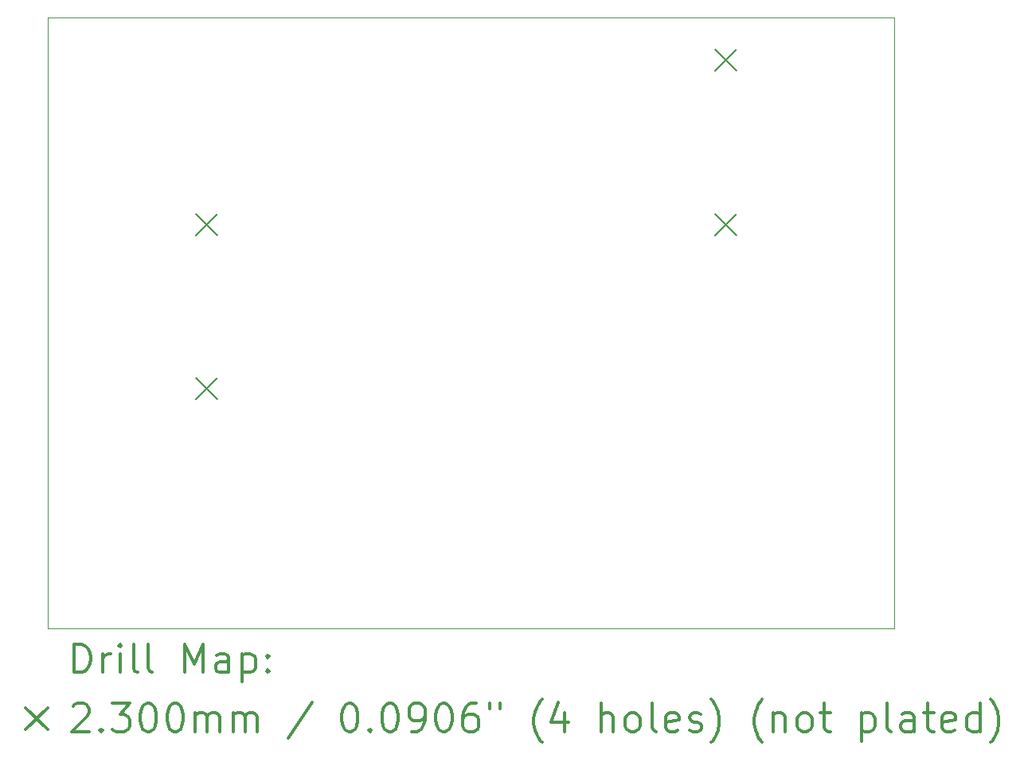
<source format=gbr>
%FSLAX45Y45*%
G04 Gerber Fmt 4.5, Leading zero omitted, Abs format (unit mm)*
G04 Created by KiCad (PCBNEW (5.1.10)-1) date 2021-12-10 13:21:43*
%MOMM*%
%LPD*%
G01*
G04 APERTURE LIST*
%TA.AperFunction,Profile*%
%ADD10C,0.050000*%
%TD*%
%ADD11C,0.200000*%
%ADD12C,0.300000*%
G04 APERTURE END LIST*
D10*
X10500000Y-13000000D02*
X10500000Y-6500000D01*
X19500000Y-13000000D02*
X10500000Y-13000000D01*
X19500000Y-6500000D02*
X19500000Y-13000000D01*
X10500000Y-6500000D02*
X19500000Y-6500000D01*
D11*
X12072500Y-8583500D02*
X12302500Y-8813500D01*
X12302500Y-8583500D02*
X12072500Y-8813500D01*
X12072500Y-10333500D02*
X12302500Y-10563500D01*
X12302500Y-10333500D02*
X12072500Y-10563500D01*
X17592500Y-6833500D02*
X17822500Y-7063500D01*
X17822500Y-6833500D02*
X17592500Y-7063500D01*
X17592500Y-8583500D02*
X17822500Y-8813500D01*
X17822500Y-8583500D02*
X17592500Y-8813500D01*
D12*
X10783928Y-13468214D02*
X10783928Y-13168214D01*
X10855357Y-13168214D01*
X10898214Y-13182500D01*
X10926786Y-13211071D01*
X10941071Y-13239643D01*
X10955357Y-13296786D01*
X10955357Y-13339643D01*
X10941071Y-13396786D01*
X10926786Y-13425357D01*
X10898214Y-13453929D01*
X10855357Y-13468214D01*
X10783928Y-13468214D01*
X11083928Y-13468214D02*
X11083928Y-13268214D01*
X11083928Y-13325357D02*
X11098214Y-13296786D01*
X11112500Y-13282500D01*
X11141071Y-13268214D01*
X11169643Y-13268214D01*
X11269643Y-13468214D02*
X11269643Y-13268214D01*
X11269643Y-13168214D02*
X11255357Y-13182500D01*
X11269643Y-13196786D01*
X11283928Y-13182500D01*
X11269643Y-13168214D01*
X11269643Y-13196786D01*
X11455357Y-13468214D02*
X11426786Y-13453929D01*
X11412500Y-13425357D01*
X11412500Y-13168214D01*
X11612500Y-13468214D02*
X11583928Y-13453929D01*
X11569643Y-13425357D01*
X11569643Y-13168214D01*
X11955357Y-13468214D02*
X11955357Y-13168214D01*
X12055357Y-13382500D01*
X12155357Y-13168214D01*
X12155357Y-13468214D01*
X12426786Y-13468214D02*
X12426786Y-13311071D01*
X12412500Y-13282500D01*
X12383928Y-13268214D01*
X12326786Y-13268214D01*
X12298214Y-13282500D01*
X12426786Y-13453929D02*
X12398214Y-13468214D01*
X12326786Y-13468214D01*
X12298214Y-13453929D01*
X12283928Y-13425357D01*
X12283928Y-13396786D01*
X12298214Y-13368214D01*
X12326786Y-13353929D01*
X12398214Y-13353929D01*
X12426786Y-13339643D01*
X12569643Y-13268214D02*
X12569643Y-13568214D01*
X12569643Y-13282500D02*
X12598214Y-13268214D01*
X12655357Y-13268214D01*
X12683928Y-13282500D01*
X12698214Y-13296786D01*
X12712500Y-13325357D01*
X12712500Y-13411071D01*
X12698214Y-13439643D01*
X12683928Y-13453929D01*
X12655357Y-13468214D01*
X12598214Y-13468214D01*
X12569643Y-13453929D01*
X12841071Y-13439643D02*
X12855357Y-13453929D01*
X12841071Y-13468214D01*
X12826786Y-13453929D01*
X12841071Y-13439643D01*
X12841071Y-13468214D01*
X12841071Y-13282500D02*
X12855357Y-13296786D01*
X12841071Y-13311071D01*
X12826786Y-13296786D01*
X12841071Y-13282500D01*
X12841071Y-13311071D01*
X10267500Y-13847500D02*
X10497500Y-14077500D01*
X10497500Y-13847500D02*
X10267500Y-14077500D01*
X10769643Y-13826786D02*
X10783928Y-13812500D01*
X10812500Y-13798214D01*
X10883928Y-13798214D01*
X10912500Y-13812500D01*
X10926786Y-13826786D01*
X10941071Y-13855357D01*
X10941071Y-13883929D01*
X10926786Y-13926786D01*
X10755357Y-14098214D01*
X10941071Y-14098214D01*
X11069643Y-14069643D02*
X11083928Y-14083929D01*
X11069643Y-14098214D01*
X11055357Y-14083929D01*
X11069643Y-14069643D01*
X11069643Y-14098214D01*
X11183928Y-13798214D02*
X11369643Y-13798214D01*
X11269643Y-13912500D01*
X11312500Y-13912500D01*
X11341071Y-13926786D01*
X11355357Y-13941071D01*
X11369643Y-13969643D01*
X11369643Y-14041071D01*
X11355357Y-14069643D01*
X11341071Y-14083929D01*
X11312500Y-14098214D01*
X11226786Y-14098214D01*
X11198214Y-14083929D01*
X11183928Y-14069643D01*
X11555357Y-13798214D02*
X11583928Y-13798214D01*
X11612500Y-13812500D01*
X11626786Y-13826786D01*
X11641071Y-13855357D01*
X11655357Y-13912500D01*
X11655357Y-13983929D01*
X11641071Y-14041071D01*
X11626786Y-14069643D01*
X11612500Y-14083929D01*
X11583928Y-14098214D01*
X11555357Y-14098214D01*
X11526786Y-14083929D01*
X11512500Y-14069643D01*
X11498214Y-14041071D01*
X11483928Y-13983929D01*
X11483928Y-13912500D01*
X11498214Y-13855357D01*
X11512500Y-13826786D01*
X11526786Y-13812500D01*
X11555357Y-13798214D01*
X11841071Y-13798214D02*
X11869643Y-13798214D01*
X11898214Y-13812500D01*
X11912500Y-13826786D01*
X11926786Y-13855357D01*
X11941071Y-13912500D01*
X11941071Y-13983929D01*
X11926786Y-14041071D01*
X11912500Y-14069643D01*
X11898214Y-14083929D01*
X11869643Y-14098214D01*
X11841071Y-14098214D01*
X11812500Y-14083929D01*
X11798214Y-14069643D01*
X11783928Y-14041071D01*
X11769643Y-13983929D01*
X11769643Y-13912500D01*
X11783928Y-13855357D01*
X11798214Y-13826786D01*
X11812500Y-13812500D01*
X11841071Y-13798214D01*
X12069643Y-14098214D02*
X12069643Y-13898214D01*
X12069643Y-13926786D02*
X12083928Y-13912500D01*
X12112500Y-13898214D01*
X12155357Y-13898214D01*
X12183928Y-13912500D01*
X12198214Y-13941071D01*
X12198214Y-14098214D01*
X12198214Y-13941071D02*
X12212500Y-13912500D01*
X12241071Y-13898214D01*
X12283928Y-13898214D01*
X12312500Y-13912500D01*
X12326786Y-13941071D01*
X12326786Y-14098214D01*
X12469643Y-14098214D02*
X12469643Y-13898214D01*
X12469643Y-13926786D02*
X12483928Y-13912500D01*
X12512500Y-13898214D01*
X12555357Y-13898214D01*
X12583928Y-13912500D01*
X12598214Y-13941071D01*
X12598214Y-14098214D01*
X12598214Y-13941071D02*
X12612500Y-13912500D01*
X12641071Y-13898214D01*
X12683928Y-13898214D01*
X12712500Y-13912500D01*
X12726786Y-13941071D01*
X12726786Y-14098214D01*
X13312500Y-13783929D02*
X13055357Y-14169643D01*
X13698214Y-13798214D02*
X13726786Y-13798214D01*
X13755357Y-13812500D01*
X13769643Y-13826786D01*
X13783928Y-13855357D01*
X13798214Y-13912500D01*
X13798214Y-13983929D01*
X13783928Y-14041071D01*
X13769643Y-14069643D01*
X13755357Y-14083929D01*
X13726786Y-14098214D01*
X13698214Y-14098214D01*
X13669643Y-14083929D01*
X13655357Y-14069643D01*
X13641071Y-14041071D01*
X13626786Y-13983929D01*
X13626786Y-13912500D01*
X13641071Y-13855357D01*
X13655357Y-13826786D01*
X13669643Y-13812500D01*
X13698214Y-13798214D01*
X13926786Y-14069643D02*
X13941071Y-14083929D01*
X13926786Y-14098214D01*
X13912500Y-14083929D01*
X13926786Y-14069643D01*
X13926786Y-14098214D01*
X14126786Y-13798214D02*
X14155357Y-13798214D01*
X14183928Y-13812500D01*
X14198214Y-13826786D01*
X14212500Y-13855357D01*
X14226786Y-13912500D01*
X14226786Y-13983929D01*
X14212500Y-14041071D01*
X14198214Y-14069643D01*
X14183928Y-14083929D01*
X14155357Y-14098214D01*
X14126786Y-14098214D01*
X14098214Y-14083929D01*
X14083928Y-14069643D01*
X14069643Y-14041071D01*
X14055357Y-13983929D01*
X14055357Y-13912500D01*
X14069643Y-13855357D01*
X14083928Y-13826786D01*
X14098214Y-13812500D01*
X14126786Y-13798214D01*
X14369643Y-14098214D02*
X14426786Y-14098214D01*
X14455357Y-14083929D01*
X14469643Y-14069643D01*
X14498214Y-14026786D01*
X14512500Y-13969643D01*
X14512500Y-13855357D01*
X14498214Y-13826786D01*
X14483928Y-13812500D01*
X14455357Y-13798214D01*
X14398214Y-13798214D01*
X14369643Y-13812500D01*
X14355357Y-13826786D01*
X14341071Y-13855357D01*
X14341071Y-13926786D01*
X14355357Y-13955357D01*
X14369643Y-13969643D01*
X14398214Y-13983929D01*
X14455357Y-13983929D01*
X14483928Y-13969643D01*
X14498214Y-13955357D01*
X14512500Y-13926786D01*
X14698214Y-13798214D02*
X14726786Y-13798214D01*
X14755357Y-13812500D01*
X14769643Y-13826786D01*
X14783928Y-13855357D01*
X14798214Y-13912500D01*
X14798214Y-13983929D01*
X14783928Y-14041071D01*
X14769643Y-14069643D01*
X14755357Y-14083929D01*
X14726786Y-14098214D01*
X14698214Y-14098214D01*
X14669643Y-14083929D01*
X14655357Y-14069643D01*
X14641071Y-14041071D01*
X14626786Y-13983929D01*
X14626786Y-13912500D01*
X14641071Y-13855357D01*
X14655357Y-13826786D01*
X14669643Y-13812500D01*
X14698214Y-13798214D01*
X15055357Y-13798214D02*
X14998214Y-13798214D01*
X14969643Y-13812500D01*
X14955357Y-13826786D01*
X14926786Y-13869643D01*
X14912500Y-13926786D01*
X14912500Y-14041071D01*
X14926786Y-14069643D01*
X14941071Y-14083929D01*
X14969643Y-14098214D01*
X15026786Y-14098214D01*
X15055357Y-14083929D01*
X15069643Y-14069643D01*
X15083928Y-14041071D01*
X15083928Y-13969643D01*
X15069643Y-13941071D01*
X15055357Y-13926786D01*
X15026786Y-13912500D01*
X14969643Y-13912500D01*
X14941071Y-13926786D01*
X14926786Y-13941071D01*
X14912500Y-13969643D01*
X15198214Y-13798214D02*
X15198214Y-13855357D01*
X15312500Y-13798214D02*
X15312500Y-13855357D01*
X15755357Y-14212500D02*
X15741071Y-14198214D01*
X15712500Y-14155357D01*
X15698214Y-14126786D01*
X15683928Y-14083929D01*
X15669643Y-14012500D01*
X15669643Y-13955357D01*
X15683928Y-13883929D01*
X15698214Y-13841071D01*
X15712500Y-13812500D01*
X15741071Y-13769643D01*
X15755357Y-13755357D01*
X15998214Y-13898214D02*
X15998214Y-14098214D01*
X15926786Y-13783929D02*
X15855357Y-13998214D01*
X16041071Y-13998214D01*
X16383928Y-14098214D02*
X16383928Y-13798214D01*
X16512500Y-14098214D02*
X16512500Y-13941071D01*
X16498214Y-13912500D01*
X16469643Y-13898214D01*
X16426786Y-13898214D01*
X16398214Y-13912500D01*
X16383928Y-13926786D01*
X16698214Y-14098214D02*
X16669643Y-14083929D01*
X16655357Y-14069643D01*
X16641071Y-14041071D01*
X16641071Y-13955357D01*
X16655357Y-13926786D01*
X16669643Y-13912500D01*
X16698214Y-13898214D01*
X16741071Y-13898214D01*
X16769643Y-13912500D01*
X16783928Y-13926786D01*
X16798214Y-13955357D01*
X16798214Y-14041071D01*
X16783928Y-14069643D01*
X16769643Y-14083929D01*
X16741071Y-14098214D01*
X16698214Y-14098214D01*
X16969643Y-14098214D02*
X16941071Y-14083929D01*
X16926786Y-14055357D01*
X16926786Y-13798214D01*
X17198214Y-14083929D02*
X17169643Y-14098214D01*
X17112500Y-14098214D01*
X17083928Y-14083929D01*
X17069643Y-14055357D01*
X17069643Y-13941071D01*
X17083928Y-13912500D01*
X17112500Y-13898214D01*
X17169643Y-13898214D01*
X17198214Y-13912500D01*
X17212500Y-13941071D01*
X17212500Y-13969643D01*
X17069643Y-13998214D01*
X17326786Y-14083929D02*
X17355357Y-14098214D01*
X17412500Y-14098214D01*
X17441071Y-14083929D01*
X17455357Y-14055357D01*
X17455357Y-14041071D01*
X17441071Y-14012500D01*
X17412500Y-13998214D01*
X17369643Y-13998214D01*
X17341071Y-13983929D01*
X17326786Y-13955357D01*
X17326786Y-13941071D01*
X17341071Y-13912500D01*
X17369643Y-13898214D01*
X17412500Y-13898214D01*
X17441071Y-13912500D01*
X17555357Y-14212500D02*
X17569643Y-14198214D01*
X17598214Y-14155357D01*
X17612500Y-14126786D01*
X17626786Y-14083929D01*
X17641071Y-14012500D01*
X17641071Y-13955357D01*
X17626786Y-13883929D01*
X17612500Y-13841071D01*
X17598214Y-13812500D01*
X17569643Y-13769643D01*
X17555357Y-13755357D01*
X18098214Y-14212500D02*
X18083928Y-14198214D01*
X18055357Y-14155357D01*
X18041071Y-14126786D01*
X18026786Y-14083929D01*
X18012500Y-14012500D01*
X18012500Y-13955357D01*
X18026786Y-13883929D01*
X18041071Y-13841071D01*
X18055357Y-13812500D01*
X18083928Y-13769643D01*
X18098214Y-13755357D01*
X18212500Y-13898214D02*
X18212500Y-14098214D01*
X18212500Y-13926786D02*
X18226786Y-13912500D01*
X18255357Y-13898214D01*
X18298214Y-13898214D01*
X18326786Y-13912500D01*
X18341071Y-13941071D01*
X18341071Y-14098214D01*
X18526786Y-14098214D02*
X18498214Y-14083929D01*
X18483928Y-14069643D01*
X18469643Y-14041071D01*
X18469643Y-13955357D01*
X18483928Y-13926786D01*
X18498214Y-13912500D01*
X18526786Y-13898214D01*
X18569643Y-13898214D01*
X18598214Y-13912500D01*
X18612500Y-13926786D01*
X18626786Y-13955357D01*
X18626786Y-14041071D01*
X18612500Y-14069643D01*
X18598214Y-14083929D01*
X18569643Y-14098214D01*
X18526786Y-14098214D01*
X18712500Y-13898214D02*
X18826786Y-13898214D01*
X18755357Y-13798214D02*
X18755357Y-14055357D01*
X18769643Y-14083929D01*
X18798214Y-14098214D01*
X18826786Y-14098214D01*
X19155357Y-13898214D02*
X19155357Y-14198214D01*
X19155357Y-13912500D02*
X19183928Y-13898214D01*
X19241071Y-13898214D01*
X19269643Y-13912500D01*
X19283928Y-13926786D01*
X19298214Y-13955357D01*
X19298214Y-14041071D01*
X19283928Y-14069643D01*
X19269643Y-14083929D01*
X19241071Y-14098214D01*
X19183928Y-14098214D01*
X19155357Y-14083929D01*
X19469643Y-14098214D02*
X19441071Y-14083929D01*
X19426786Y-14055357D01*
X19426786Y-13798214D01*
X19712500Y-14098214D02*
X19712500Y-13941071D01*
X19698214Y-13912500D01*
X19669643Y-13898214D01*
X19612500Y-13898214D01*
X19583928Y-13912500D01*
X19712500Y-14083929D02*
X19683928Y-14098214D01*
X19612500Y-14098214D01*
X19583928Y-14083929D01*
X19569643Y-14055357D01*
X19569643Y-14026786D01*
X19583928Y-13998214D01*
X19612500Y-13983929D01*
X19683928Y-13983929D01*
X19712500Y-13969643D01*
X19812500Y-13898214D02*
X19926786Y-13898214D01*
X19855357Y-13798214D02*
X19855357Y-14055357D01*
X19869643Y-14083929D01*
X19898214Y-14098214D01*
X19926786Y-14098214D01*
X20141071Y-14083929D02*
X20112500Y-14098214D01*
X20055357Y-14098214D01*
X20026786Y-14083929D01*
X20012500Y-14055357D01*
X20012500Y-13941071D01*
X20026786Y-13912500D01*
X20055357Y-13898214D01*
X20112500Y-13898214D01*
X20141071Y-13912500D01*
X20155357Y-13941071D01*
X20155357Y-13969643D01*
X20012500Y-13998214D01*
X20412500Y-14098214D02*
X20412500Y-13798214D01*
X20412500Y-14083929D02*
X20383928Y-14098214D01*
X20326786Y-14098214D01*
X20298214Y-14083929D01*
X20283928Y-14069643D01*
X20269643Y-14041071D01*
X20269643Y-13955357D01*
X20283928Y-13926786D01*
X20298214Y-13912500D01*
X20326786Y-13898214D01*
X20383928Y-13898214D01*
X20412500Y-13912500D01*
X20526786Y-14212500D02*
X20541071Y-14198214D01*
X20569643Y-14155357D01*
X20583928Y-14126786D01*
X20598214Y-14083929D01*
X20612500Y-14012500D01*
X20612500Y-13955357D01*
X20598214Y-13883929D01*
X20583928Y-13841071D01*
X20569643Y-13812500D01*
X20541071Y-13769643D01*
X20526786Y-13755357D01*
M02*

</source>
